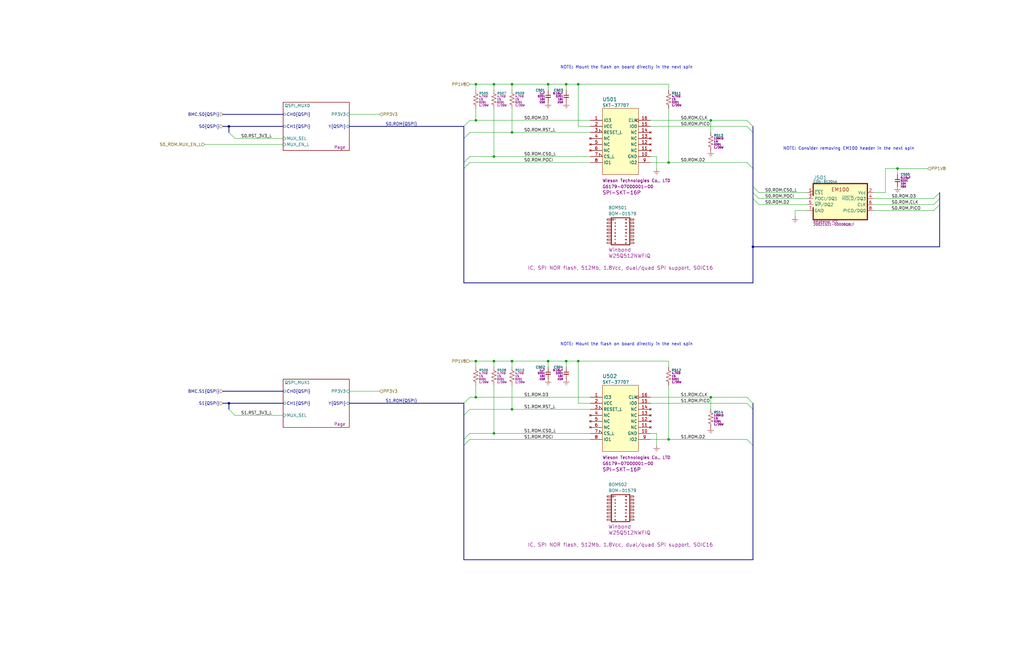
<source format=kicad_sch>
(kicad_sch (version 20231120) (generator "eeschema") (generator_version "8.0")
  (paper "B")
  (title_block (title "${PROJ}") (rev "${REV}") (company "${RPN}") (comment 1 "Mux to FW ROMs"))
  (lib_symbols
    (symbol "BOM items:BOM-01579" (pin_names (offset 1.016)) (exclude_from_sim yes) (on_board no)
      (property "Reference" "BOM" (at -5.08 10.16 0))
      (property "Value" "BOM-01579" (at -5.08 7.62 0))
      (property "mfr" "Winbond" (at -5.08 -7.62 0))
      (property "mpn" "W25Q512NWFIQ" (at -5.08 -10.16 0))
      (property "des" "IC, SPI NOR flash, 512Mb, 1.8Vcc, dual/quad SPI support, SOIC16" (at 0 -15.24 0))
    )
    (symbol "Capacitors, ceramic, Murata:CCM-610AA" (pin_numbers hide) (pin_names (offset 0) hide)
      (property "Reference" "C" (at 1.27 2.54 0))
      (property "val" "0.10µF" (at 1.27 1.27 0))
      (property "pkg" "0201" (at 1.27 0 0))
      (property "volt" "10V" (at 1.27 -1.27 0))
      (property "type" "X5R" (at 1.27 -2.54 0))
      (symbol "CCM-610AA_1_1"
        (pin passive line (at 0 2.54 270) (length 2.032) (name "~") (number "1"))
        (pin passive line (at 0 -2.54 90) (length 2.032) (name "~") (number "2"))
      )
    )
    (symbol "Capacitors, ceramic, Murata:CCM-710AD" (pin_numbers hide) (pin_names (offset 0) hide)
      (property "Reference" "C" (at 1.27 2.54 0))
      (property "val" "1µF" (at 1.27 1.27 0))
      (property "pkg" "0201" (at 1.27 0 0))
      (property "volt" "10V" (at 1.27 -1.27 0))
      (property "type" "X5R" (at 1.27 -2.54 0))
      (symbol "CCM-710AD_1_1"
        (pin passive line (at 0 2.54 270) (length 2.032) (name "~") (number "1"))
        (pin passive line (at 0 -2.54 90) (length 2.032) (name "~") (number "2"))
      )
    )
    (symbol "Connectors:CON-91204A"
      (property "Reference" "J" (at -11.43 9.23 0))
      (property "Value" "CON-91204A" (at -11.43 7.83 0))
      (property "mfr" "Amphenol ICC" (at -11.43 -7.83 0))
      (property "mpn" "20021521-00008Q8LF" (at -11.43 -9.09 0))
      (symbol "CON-91204A_1_1"
        (text "EM100" (at 0 5.08 0) (effects (font (size 1.524 1.524))))
        (pin bidirectional inverted (at -13.97 3.81 0) (length 2.54) (name "~{CS1}") (number "1"))
        (pin power_in line (at 13.97 3.81 180) (length 2.54) (name "Vcc") (number "2"))
        (pin bidirectional line (at -13.97 1.27 0) (length 2.54) (name "POCI/DQ1") (number "3"))
        (pin bidirectional line (at 13.97 1.27 180) (length 2.54) (name "~{HOLD}/DQ3") (number "4"))
        (pin bidirectional line (at -13.97 -1.27 0) (length 2.54) (name "~{WP}/DQ2") (number "5"))
        (pin bidirectional line (at 13.97 -1.27 180) (length 2.54) (name "CLK") (number "6"))
        (pin power_in line (at -13.97 -3.81 0) (length 2.54) (name "GND") (number "7"))
        (pin bidirectional line (at 13.97 -3.81 180) (length 2.54) (name "PICO/DQ0") (number "8"))
      )
    )
    (symbol "Connectors:SKT-37707"
      (property "Reference" "J" (at -7.62 15.24 0))
      (property "Value" "SKT-37707" (at 7.62 15.24 0))
      (property "mfr" "Wieson Technologies Co., LTD" (at -7.62 -15.24 0))
      (property "mpn" "G6179-07000001-00" (at -7.62 -17.78 0))
      (property "pkg" "SPI-SKT-16P" (at -7.62 -20.32 0))
      (symbol "SKT-37707_1_1"
        (pin bidirectional line (at -12.7 8.89 0) (length 5.08) (name "IO3") (number "1"))
        (pin power_in line (at 12.7 -6.35 180) (length 5.08) (name "GND") (number "10"))
        (pin no_connect line (at 12.7 -3.81 180) (length 5.08) (name "NC") (number "11"))
        (pin no_connect line (at 12.7 -1.27 180) (length 5.08) (name "NC") (number "12"))
        (pin no_connect line (at 12.7 1.27 180) (length 5.08) (name "NC") (number "13"))
        (pin no_connect line (at 12.7 3.81 180) (length 5.08) (name "NC") (number "14"))
        (pin bidirectional line (at 12.7 6.35 180) (length 5.08) (name "IO0") (number "15"))
        (pin input clock (at 12.7 8.89 180) (length 5.08) (name "CLK") (number "16"))
        (pin power_in line (at -12.7 6.35 0) (length 5.08) (name "VCC") (number "2"))
        (pin input input_low (at -12.7 3.81 0) (length 5.08) (name "RESET_L") (number "3"))
        (pin no_connect line (at -12.7 1.27 0) (length 5.08) (name "NC") (number "4"))
        (pin no_connect line (at -12.7 -1.27 0) (length 5.08) (name "NC") (number "5"))
        (pin no_connect line (at -12.7 -3.81 0) (length 5.08) (name "NC") (number "6"))
        (pin input input_low (at -12.7 -6.35 0) (length 5.08) (name "CS_L") (number "7"))
        (pin bidirectional line (at -12.7 -8.89 0) (length 5.08) (name "IO1") (number "8"))
        (pin bidirectional line (at 12.7 -8.89 180) (length 5.08) (name "IO2") (number "9"))
      )
    )
    (symbol "Power:GND" (power) (pin_names (offset 0)) (in_bom no) (on_board no)
      (symbol "GND_1_1"
        (pin power_in line (at 0 0 270) (length 0) hide (name "GND") (number "1"))
      )
    )
    (symbol "Resistors:RES-4470A" (pin_numbers hide) (pin_names (offset 0) hide)
      (property "Reference" "R" (at 1.27 2.54 0))
      (property "val" "4.7KΩ" (at 1.27 1.27 0))
      (property "tol" "1%" (at 1.27 0 0))
      (property "pkg" "0201" (at 1.27 -1.27 0))
      (property "pwr" "1/20W" (at 1.27 -2.54 0))
      (symbol "RES-4470A_1_1"
        (pin passive line (at 0 3.81 270) (length 1.27) (name "~") (number "1"))
        (pin passive line (at 0 -3.81 90) (length 1.27) (name "~") (number "2"))
      )
    )
    (symbol "Resistors:RES-6100A" (pin_numbers hide) (pin_names (offset 0) hide)
      (property "Reference" "R" (at 1.27 2.54 0))
      (property "val" "100KΩ" (at 1.27 1.27 0))
      (property "tol" "1%" (at 1.27 0 0))
      (property "pkg" "0201" (at 1.27 -1.27 0))
      (property "pwr" "1/20W" (at 1.27 -2.54 0))
      (symbol "RES-6100A_1_1"
        (pin passive line (at 0 3.81 270) (length 1.27) (name "~") (number "1"))
        (pin passive line (at 0 -3.81 90) (length 1.27) (name "~") (number "2"))
      )
    )
  )
  (junction (at 208.28 35.56))
  (junction (at 238.76 152.4))
  (junction (at 238.76 35.56))
  (junction (at 200.66 167.64))
  (junction (at 96.52 170.18))
  (junction (at 317.5 104.14))
  (junction (at 208.28 152.4))
  (junction (at 208.28 66.04))
  (junction (at 200.66 35.56))
  (junction (at 200.66 50.8))
  (junction (at 378.46 71.12))
  (junction (at 299.72 167.64))
  (junction (at 215.9 172.72))
  (junction (at 96.52 53.34))
  (junction (at 299.72 50.8))
  (junction (at 243.84 152.4))
  (junction (at 281.94 68.58))
  (junction (at 200.66 152.4))
  (junction (at 231.14 152.4))
  (junction (at 243.84 35.56))
  (junction (at 281.94 185.42))
  (junction (at 208.28 182.88))
  (junction (at 215.9 152.4))
  (junction (at 215.9 35.56))
  (junction (at 231.14 35.56))
  (junction (at 215.9 55.88))
  (bus_entry (at 317.5 81.28) (size 2.54 2.54))
  (bus_entry (at 198.12 50.8) (size -2.54 2.54))
  (bus_entry (at 314.96 185.42) (size 2.54 2.54))
  (bus_entry (at 198.12 167.64) (size -2.54 2.54))
  (bus_entry (at 317.5 78.74) (size 2.54 2.54))
  (bus_entry (at 198.12 182.88) (size -2.54 2.54))
  (bus_entry (at 314.96 170.18) (size 2.54 2.54))
  (bus_entry (at 96.52 55.88) (size 2.54 2.54))
  (bus_entry (at 396.24 86.36) (size -2.54 2.54))
  (bus_entry (at 314.96 68.58) (size 2.54 2.54))
  (bus_entry (at 198.12 185.42) (size -2.54 2.54))
  (bus_entry (at 198.12 68.58) (size -2.54 2.54))
  (bus_entry (at 195.58 175.26) (size 2.54 -2.54))
  (bus_entry (at 396.24 83.82) (size -2.54 2.54))
  (bus_entry (at 396.24 81.28) (size -2.54 2.54))
  (bus_entry (at 96.52 172.72) (size 2.54 2.54))
  (bus_entry (at 195.58 58.42) (size 2.54 -2.54))
  (bus_entry (at 317.5 83.82) (size 2.54 2.54))
  (bus_entry (at 198.12 66.04) (size -2.54 2.54))
  (bus_entry (at 314.96 167.64) (size 2.54 2.54))
  (bus_entry (at 314.96 53.34) (size 2.54 2.54))
  (bus_entry (at 314.96 50.8) (size 2.54 2.54))
  (wire (pts (xy 281.94 152.4) (xy 281.94 154.94)))
  (wire (pts (xy 200.66 162.56) (xy 200.66 167.64)))
  (wire (pts (xy 243.84 170.18) (xy 248.92 170.18)))
  (wire (pts (xy 243.84 152.4) (xy 281.94 152.4)))
  (wire (pts (xy 320.04 83.82) (xy 340.36 83.82)))
  (wire (pts (xy 86.36 60.96) (xy 119.38 60.96)))
  (wire (pts (xy 281.94 185.42) (xy 314.96 185.42)))
  (bus (pts (xy 147.32 53.34) (xy 195.58 53.34)))
  (wire (pts (xy 215.9 35.56) (xy 231.14 35.56)))
  (wire (pts (xy 208.28 45.72) (xy 208.28 66.04)))
  (wire (pts (xy 215.9 152.4) (xy 215.9 154.94)))
  (wire (pts (xy 281.94 35.56) (xy 281.94 38.1)))
  (wire (pts (xy 200.66 152.4) (xy 200.66 154.94)))
  (wire (pts (xy 200.66 35.56) (xy 200.66 38.1)))
  (wire (pts (xy 198.12 172.72) (xy 215.9 172.72)))
  (bus (pts (xy 195.58 187.96) (xy 195.58 236.22)))
  (wire (pts (xy 276.86 182.88) (xy 276.86 187.96)))
  (bus (pts (xy 317.5 71.12) (xy 317.5 78.74)))
  (wire (pts (xy 274.32 185.42) (xy 281.94 185.42)))
  (wire (pts (xy 368.3 83.82) (xy 393.7 83.82)))
  (wire (pts (xy 299.72 167.64) (xy 299.72 172.72)))
  (wire (pts (xy 198.12 55.88) (xy 215.9 55.88)))
  (wire (pts (xy 373.38 71.12) (xy 378.46 71.12)))
  (wire (pts (xy 238.76 35.56) (xy 243.84 35.56)))
  (wire (pts (xy 238.76 35.56) (xy 238.76 38.1)))
  (bus (pts (xy 317.5 53.34) (xy 317.5 55.88)))
  (wire (pts (xy 208.28 152.4) (xy 208.28 154.94)))
  (bus (pts (xy 317.5 81.28) (xy 317.5 83.82)))
  (wire (pts (xy 200.66 152.4) (xy 208.28 152.4)))
  (bus (pts (xy 195.58 175.26) (xy 195.58 170.18)))
  (wire (pts (xy 208.28 66.04) (xy 248.92 66.04)))
  (wire (pts (xy 198.12 167.64) (xy 200.66 167.64)))
  (wire (pts (xy 281.94 68.58) (xy 314.96 68.58)))
  (wire (pts (xy 368.3 81.28) (xy 373.38 81.28)))
  (bus (pts (xy 317.5 104.14) (xy 396.24 104.14)))
  (bus (pts (xy 195.58 185.42) (xy 195.58 175.26)))
  (bus (pts (xy 317.5 187.96) (xy 317.5 236.22)))
  (wire (pts (xy 200.66 50.8) (xy 248.92 50.8)))
  (wire (pts (xy 160.02 165.1) (xy 147.32 165.1)))
  (bus (pts (xy 96.52 170.18) (xy 96.52 172.72)))
  (wire (pts (xy 378.46 71.12) (xy 378.46 73.66)))
  (bus (pts (xy 317.5 55.88) (xy 317.5 71.12)))
  (wire (pts (xy 160.02 48.26) (xy 147.32 48.26)))
  (wire (pts (xy 215.9 152.4) (xy 231.14 152.4)))
  (wire (pts (xy 299.72 50.8) (xy 299.72 55.88)))
  (wire (pts (xy 231.14 152.4) (xy 231.14 154.94)))
  (wire (pts (xy 243.84 53.34) (xy 248.92 53.34)))
  (bus (pts (xy 96.52 170.18) (xy 119.38 170.18)))
  (bus (pts (xy 195.58 58.42) (xy 195.58 53.34)))
  (wire (pts (xy 231.14 35.56) (xy 231.14 38.1)))
  (wire (pts (xy 215.9 55.88) (xy 248.92 55.88)))
  (wire (pts (xy 215.9 35.56) (xy 215.9 38.1)))
  (wire (pts (xy 243.84 152.4) (xy 243.84 170.18)))
  (bus (pts (xy 195.58 119.38) (xy 317.5 119.38)))
  (bus (pts (xy 96.52 53.34) (xy 119.38 53.34)))
  (bus (pts (xy 317.5 172.72) (xy 317.5 187.96)))
  (bus (pts (xy 195.58 68.58) (xy 195.58 58.42)))
  (bus (pts (xy 317.5 104.14) (xy 317.5 119.38)))
  (wire (pts (xy 238.76 152.4) (xy 238.76 154.94)))
  (wire (pts (xy 208.28 162.56) (xy 208.28 182.88)))
  (wire (pts (xy 274.32 50.8) (xy 299.72 50.8)))
  (wire (pts (xy 274.32 167.64) (xy 299.72 167.64)))
  (wire (pts (xy 274.32 170.18) (xy 314.96 170.18)))
  (wire (pts (xy 243.84 35.56) (xy 243.84 53.34)))
  (bus (pts (xy 317.5 83.82) (xy 317.5 104.14)))
  (bus (pts (xy 195.58 71.12) (xy 195.58 119.38)))
  (bus (pts (xy 396.24 83.82) (xy 396.24 86.36)))
  (wire (pts (xy 200.66 45.72) (xy 200.66 50.8)))
  (bus (pts (xy 195.58 71.12) (xy 195.58 68.58)))
  (wire (pts (xy 335.28 88.9) (xy 335.28 91.44)))
  (bus (pts (xy 93.98 170.18) (xy 96.52 170.18)))
  (wire (pts (xy 320.04 81.28) (xy 340.36 81.28)))
  (wire (pts (xy 198.12 185.42) (xy 248.92 185.42)))
  (wire (pts (xy 276.86 66.04) (xy 276.86 71.12)))
  (wire (pts (xy 320.04 86.36) (xy 340.36 86.36)))
  (wire (pts (xy 299.72 50.8) (xy 314.96 50.8)))
  (wire (pts (xy 281.94 162.56) (xy 281.94 185.42)))
  (wire (pts (xy 274.32 68.58) (xy 281.94 68.58)))
  (wire (pts (xy 335.28 88.9) (xy 340.36 88.9)))
  (wire (pts (xy 215.9 172.72) (xy 248.92 172.72)))
  (wire (pts (xy 208.28 182.88) (xy 198.12 182.88)))
  (wire (pts (xy 208.28 152.4) (xy 215.9 152.4)))
  (wire (pts (xy 274.32 66.04) (xy 276.86 66.04)))
  (wire (pts (xy 99.06 175.26) (xy 119.38 175.26)))
  (wire (pts (xy 198.12 152.4) (xy 200.66 152.4)))
  (wire (pts (xy 208.28 35.56) (xy 215.9 35.56)))
  (wire (pts (xy 215.9 162.56) (xy 215.9 172.72)))
  (wire (pts (xy 274.32 53.34) (xy 314.96 53.34)))
  (wire (pts (xy 215.9 45.72) (xy 215.9 55.88)))
  (wire (pts (xy 208.28 182.88) (xy 248.92 182.88)))
  (bus (pts (xy 317.5 170.18) (xy 317.5 172.72)))
  (wire (pts (xy 231.14 152.4) (xy 238.76 152.4)))
  (bus (pts (xy 195.58 187.96) (xy 195.58 185.42)))
  (wire (pts (xy 243.84 35.56) (xy 281.94 35.56)))
  (bus (pts (xy 396.24 86.36) (xy 396.24 104.14)))
  (wire (pts (xy 198.12 50.8) (xy 200.66 50.8)))
  (wire (pts (xy 208.28 66.04) (xy 198.12 66.04)))
  (wire (pts (xy 368.3 88.9) (xy 393.7 88.9)))
  (wire (pts (xy 200.66 167.64) (xy 248.92 167.64)))
  (bus (pts (xy 147.32 170.18) (xy 195.58 170.18)))
  (wire (pts (xy 373.38 71.12) (xy 373.38 81.28)))
  (wire (pts (xy 378.46 71.12) (xy 391.16 71.12)))
  (wire (pts (xy 368.3 86.36) (xy 393.7 86.36)))
  (bus (pts (xy 93.98 48.26) (xy 119.38 48.26)))
  (wire (pts (xy 299.72 167.64) (xy 314.96 167.64)))
  (bus (pts (xy 396.24 81.28) (xy 396.24 83.82)))
  (wire (pts (xy 198.12 35.56) (xy 200.66 35.56)))
  (bus (pts (xy 195.58 236.22) (xy 317.5 236.22)))
  (wire (pts (xy 198.12 68.58) (xy 248.92 68.58)))
  (wire (pts (xy 208.28 35.56) (xy 208.28 38.1)))
  (bus (pts (xy 96.52 53.34) (xy 96.52 55.88)))
  (wire (pts (xy 231.14 35.56) (xy 238.76 35.56)))
  (wire (pts (xy 99.06 58.42) (xy 119.38 58.42)))
  (bus (pts (xy 93.98 165.1) (xy 119.38 165.1)))
  (bus (pts (xy 317.5 78.74) (xy 317.5 81.28)))
  (wire (pts (xy 274.32 182.88) (xy 276.86 182.88)))
  (wire (pts (xy 200.66 35.56) (xy 208.28 35.56)))
  (wire (pts (xy 238.76 152.4) (xy 243.84 152.4)))
  (wire (pts (xy 281.94 45.72) (xy 281.94 68.58)))
  (bus (pts (xy 93.98 53.34) (xy 96.52 53.34)))
  (text "NOTE: Mount the flash on board directly in the next spin" (at 236.22 146.05 0) (effects (font (size 1.27 1.27)) (justify left bottom)))
  (text "NOTE: Mount the flash on board directly in the next spin" (at 236.22 29.21 0) (effects (font (size 1.27 1.27)) (justify left bottom)))
  (text "NOTE: Consider removing EM100 header in the next spin" (at 330.2 63.5 0) (effects (font (size 1.27 1.27)) (justify left bottom)))
  (label "S0.RST_3V3_L" (at 101.6 58.42 0))
  (label "S0.ROM.PICO" (at 287.02 53.34 0))
  (label "S0.ROM.RST_L" (at 220.98 55.88 0))
  (label "S0.ROM.CS0_L" (at 220.98 66.04 0))
  (label "S0.ROM.D3" (at 220.98 50.8 0))
  (label "S1.ROM.RST_L" (at 220.98 172.72 0))
  (label "S0.ROM.CLK" (at 287.02 50.8 0))
  (label "S0.ROM.D2" (at 322.58 86.36 0))
  (label "S0.ROM.D2" (at 287.02 68.58 0))
  (label "S0.ROM{QSPI}" (at 162.56 53.34 0))
  (label "S1.ROM.POCI" (at 220.98 185.42 0))
  (label "S0.ROM.POCI" (at 220.98 68.58 0))
  (label "S1.ROM.D2" (at 287.02 185.42 0))
  (label "S0.ROM.CS0_L" (at 322.58 81.28 0))
  (label "S0.ROM.POCI" (at 322.58 83.82 0))
  (label "S1.ROM.PICO" (at 287.02 170.18 0))
  (label "S0.ROM.D3" (at 375.92 83.82 0))
  (label "S1.ROM.CLK" (at 287.02 167.64 0))
  (label "S0.ROM.CLK" (at 375.92 86.36 0))
  (label "S1.ROM.CS0_L" (at 220.98 182.88 0))
  (label "S1.ROM.D3" (at 220.98 167.64 0))
  (label "S0.ROM.PICO" (at 375.92 88.9 0))
  (label "S1.RST_3V3_L" (at 101.6 175.26 0))
  (label "S1.ROM{QSPI}" (at 162.56 170.18 0))
  (hierarchical_label "PP1V8" (shape input) (at 198.12 152.4 180))
  (hierarchical_label "S1{QSPI}" (shape input) (at 93.98 170.18 180))
  (hierarchical_label "BMC.S0{QSPI}" (shape input) (at 93.98 48.26 180))
  (hierarchical_label "PP3V3" (shape input) (at 160.02 48.26 0))
  (hierarchical_label "PP1V8" (shape input) (at 198.12 35.56 180))
  (hierarchical_label "PP1V8" (shape input) (at 391.16 71.12 0))
  (hierarchical_label "S0_ROM.MUX_EN_L" (shape input) (at 86.36 60.96 180))
  (hierarchical_label "S0{QSPI}" (shape input) (at 93.98 53.34 180))
  (hierarchical_label "BMC.S1{QSPI}" (shape input) (at 93.98 165.1 180))
  (hierarchical_label "PP3V3" (shape input) (at 160.02 165.1 0))
  (symbol (lib_id "Capacitors, ceramic, Murata:CCM-610AA") (at 378.46 76.2 0) (unit 1)
    (property "Reference" "C505" (at 379.73 73.66 0) (effects (font (size 1 1)) (justify left)))
    (property "Value" "CCM-610AA" (effects (hide yes)))
    (property "Description" "CAP, ceramic, 0.10µF, 0201, 10V, ±20%, X5R, 0.33 mm" (effects (hide yes)))
    (property "val" "0.10µF" (at 379.73 74.93 0) (effects (font (size 0.8 0.8)) (justify left)))
    (property "pkg" "0201" (at 379.73 76.2 0) (effects (font (size 0.8 0.8)) (justify left)))
    (property "mfr" "Murata" (effects (hide yes)))
    (property "Sim.Pins" "1=+ 2=-" (effects (hide yes)))
    (property "volt" "10V" (at 379.73 77.47 0) (effects (font (size 0.8 0.8)) (justify left)))
    (property "Sim.Device" "C" (effects (hide yes)))
    (property "type" "X5R" (at 379.73 78.74 0) (effects (font (size 0.8 0.8)) (justify left)))
    (property "Sim.Params" "c=${val}" (effects (hide yes)))
    (property "tol" "±20%" (effects (hide yes)))
    (property "height" "0.33mm" (effects (hide yes)))
    (property "mpn" "GRM033R61A104ME15" (effects (hide yes)))
  )
  (symbol (lib_id "Resistors:RES-4470A") (at 200.66 158.75 0) (unit 1)
    (property "Reference" "R506" (at 201.93 156.21 0) (effects (font (size 1 1)) (justify left)))
    (property "Value" "RES-4470A" (effects (hide yes)))
    (property "Description" "RES, 4.7KΩ, 1%, 0201, 1/20W, <50V, 0.26mm" (effects (hide yes)))
    (property "val" "4.7KΩ" (at 201.93 157.48 0) (effects (font (size 0.8 0.8)) (justify left)))
    (property "tol" "1%" (at 201.93 158.75 0) (effects (font (size 0.8 0.8)) (justify left)))
    (property "Sim.Device" "R" (effects (hide yes)))
    (property "pkg" "0201" (at 201.93 160.02 0) (effects (font (size 0.8 0.8)) (justify left)))
    (property "Sim.Pins" "1=+ 2=-" (effects (hide yes)))
    (property "pwr" "1/20W" (at 201.93 161.29 0) (effects (font (size 0.8 0.8)) (justify left)))
    (property "Sim.Params" "r=\"${val}\"" (effects (hide yes)))
    (property "height" "0.26mm" (effects (hide yes)))
  )
  (symbol (lib_id "Capacitors, ceramic, Murata:CCM-710AD") (at 231.14 157.48 0) (mirror y) (unit 1)
    (property "Reference" "C502" (at 229.87 154.94 0) (effects (font (size 1 1)) (justify left)))
    (property "Value" "CCM-710AD" (effects (hide yes)))
    (property "Description" "CAP, ceramic, 1µF, 0201, 10V, ±20%, X5R, 0.39 mm" (effects (hide yes)))
    (property "val" "1µF" (at 229.87 156.21 0) (effects (font (size 0.8 0.8)) (justify left)))
    (property "pkg" "0201" (at 229.87 157.48 0) (effects (font (size 0.8 0.8)) (justify left)))
    (property "mfr" "Murata" (effects (hide yes)))
    (property "Sim.Pins" "1=+ 2=-" (effects (hide yes)))
    (property "volt" "10V" (at 229.87 158.75 0) (effects (font (size 0.8 0.8)) (justify left)))
    (property "Sim.Device" "C" (effects (hide yes)))
    (property "type" "X5R" (at 229.87 160.02 0) (effects (font (size 0.8 0.8)) (justify left)))
    (property "Sim.Params" "c=${val}" (effects (hide yes)))
    (property "tol" "±20%" (effects (hide yes)))
    (property "height" "0.39mm" (effects (hide yes)))
    (property "mpn" "GRM033R61A105ME15" (effects (hide yes)))
  )
  (symbol (lib_id "Connectors:SKT-37707") (at 261.62 176.53 0) (unit 1)
    (property "Reference" "U502" (at 254 158.75 0) (effects (font (size 1.524 1.524)) (justify left)))
    (property "Value" "SKT-37707" (at 254 161.29 0) (effects (justify left)))
    (property "Description" "SKT, SOIC 300-mil SPI flash, 16-pin, 1.27mm pitch, 15.1mm x 12.35mm x 5.90mm" (effects (hide yes)))
    (property "mfr" "Wieson Technologies Co., LTD" (at 254 193.04 0) (effects (justify left)))
    (property "mpn" "G6179-07000001-00" (at 254 195.58 0) (effects (justify left)))
    (property "pkg" "SPI-SKT-16P" (at 254 198.12 0) (effects (font (size 1.524 1.524)) (justify left)))
    (property "height" "5.90mm" (effects (hide yes)))
  )
  (symbol (lib_id "Power:GND") (at 299.72 180.34 0) (unit 1) (in_bom no) (on_board no)
    (property "Reference" "#PWR0510" (effects (hide yes)))
    (property "Value" "GND" (effects (hide yes)))
    (property "Description" "Power symbol creates a global label with name \"GND\"" (effects (hide yes)))
  )
  (symbol (lib_id "Power:GND") (at 335.28 91.44 0) (unit 1) (in_bom no) (on_board no)
    (property "Reference" "#PWR0501" (effects (hide yes)))
    (property "Value" "GND" (effects (hide yes)))
    (property "Description" "Power symbol creates a global label with name \"GND\"" (effects (hide yes)))
  )
  (symbol (lib_id "Resistors:RES-4470A") (at 215.9 41.91 0) (unit 1)
    (property "Reference" "R509" (at 217.17 39.37 0) (effects (font (size 1 1)) (justify left)))
    (property "Value" "RES-4470A" (effects (hide yes)))
    (property "Description" "RES, 4.7KΩ, 1%, 0201, 1/20W, <50V, 0.26mm" (effects (hide yes)))
    (property "val" "4.7KΩ" (at 217.17 40.64 0) (effects (font (size 0.8 0.8)) (justify left)))
    (property "tol" "1%" (at 217.17 41.91 0) (effects (font (size 0.8 0.8)) (justify left)))
    (property "Sim.Device" "R" (effects (hide yes)))
    (property "pkg" "0201" (at 217.17 43.18 0) (effects (font (size 0.8 0.8)) (justify left)))
    (property "Sim.Pins" "1=+ 2=-" (effects (hide yes)))
    (property "pwr" "1/20W" (at 217.17 44.45 0) (effects (font (size 0.8 0.8)) (justify left)))
    (property "Sim.Params" "r=\"${val}\"" (effects (hide yes)))
    (property "height" "0.26mm" (effects (hide yes)))
  )
  (symbol (lib_id "Capacitors, ceramic, Murata:CCM-710AD") (at 231.14 40.64 0) (mirror y) (unit 1)
    (property "Reference" "C501" (at 229.87 38.1 0) (effects (font (size 1 1)) (justify left)))
    (property "Value" "CCM-710AD" (effects (hide yes)))
    (property "Description" "CAP, ceramic, 1µF, 0201, 10V, ±20%, X5R, 0.39 mm" (effects (hide yes)))
    (property "val" "1µF" (at 229.87 39.37 0) (effects (font (size 0.8 0.8)) (justify left)))
    (property "pkg" "0201" (at 229.87 40.64 0) (effects (font (size 0.8 0.8)) (justify left)))
    (property "mfr" "Murata" (effects (hide yes)))
    (property "Sim.Pins" "1=+ 2=-" (effects (hide yes)))
    (property "volt" "10V" (at 229.87 41.91 0) (effects (font (size 0.8 0.8)) (justify left)))
    (property "Sim.Device" "C" (effects (hide yes)))
    (property "type" "X5R" (at 229.87 43.18 0) (effects (font (size 0.8 0.8)) (justify left)))
    (property "Sim.Params" "c=${val}" (effects (hide yes)))
    (property "tol" "±20%" (effects (hide yes)))
    (property "height" "0.39mm" (effects (hide yes)))
    (property "mpn" "GRM033R61A105ME15" (effects (hide yes)))
  )
  (symbol (lib_id "Resistors:RES-6100A") (at 299.72 176.53 0) (unit 1)
    (property "Reference" "R514" (at 300.99 173.99 0) (effects (font (size 1 1)) (justify left)))
    (property "Value" "RES-6100A" (effects (hide yes)))
    (property "Description" "RES, 100KΩ, 1%, 0201, 1/20W, <50V, 0.26mm" (effects (hide yes)))
    (property "val" "100KΩ" (at 300.99 175.26 0) (effects (font (size 0.8 0.8)) (justify left)))
    (property "tol" "1%" (at 300.99 176.53 0) (effects (font (size 0.8 0.8)) (justify left)))
    (property "Sim.Device" "R" (effects (hide yes)))
    (property "pkg" "0201" (at 300.99 177.8 0) (effects (font (size 0.8 0.8)) (justify left)))
    (property "Sim.Pins" "1=+ 2=-" (effects (hide yes)))
    (property "pwr" "1/20W" (at 300.99 179.07 0) (effects (font (size 0.8 0.8)) (justify left)))
    (property "Sim.Params" "r=\"${val}\"" (effects (hide yes)))
    (property "height" "0.26mm" (effects (hide yes)))
  )
  (symbol (lib_id "Power:GND") (at 299.72 63.5 0) (unit 1) (in_bom no) (on_board no)
    (property "Reference" "#PWR0509" (effects (hide yes)))
    (property "Value" "GND" (effects (hide yes)))
    (property "Description" "Power symbol creates a global label with name \"GND\"" (effects (hide yes)))
  )
  (symbol (lib_id "Power:GND") (at 238.76 43.18 0) (unit 1) (in_bom no) (on_board no)
    (property "Reference" "#PWR0505" (effects (hide yes)))
    (property "Value" "GND" (effects (hide yes)))
    (property "Description" "Power symbol creates a global label with name \"GND\"" (effects (hide yes)))
  )
  (symbol (lib_id "Resistors:RES-4470A") (at 281.94 158.75 0) (unit 1)
    (property "Reference" "R512" (at 283.21 156.21 0) (effects (font (size 1 1)) (justify left)))
    (property "Value" "RES-4470A" (effects (hide yes)))
    (property "Description" "RES, 4.7KΩ, 1%, 0201, 1/20W, <50V, 0.26mm" (effects (hide yes)))
    (property "val" "4.7KΩ" (at 283.21 157.48 0) (effects (font (size 0.8 0.8)) (justify left)))
    (property "tol" "1%" (at 283.21 158.75 0) (effects (font (size 0.8 0.8)) (justify left)))
    (property "Sim.Device" "R" (effects (hide yes)))
    (property "pkg" "0201" (at 283.21 160.02 0) (effects (font (size 0.8 0.8)) (justify left)))
    (property "Sim.Pins" "1=+ 2=-" (effects (hide yes)))
    (property "pwr" "1/20W" (at 283.21 161.29 0) (effects (font (size 0.8 0.8)) (justify left)))
    (property "Sim.Params" "r=\"${val}\"" (effects (hide yes)))
    (property "height" "0.26mm" (effects (hide yes)))
  )
  (symbol (lib_id "Resistors:RES-4470A") (at 215.9 158.75 0) (unit 1)
    (property "Reference" "R510" (at 217.17 156.21 0) (effects (font (size 1 1)) (justify left)))
    (property "Value" "RES-4470A" (effects (hide yes)))
    (property "Description" "RES, 4.7KΩ, 1%, 0201, 1/20W, <50V, 0.26mm" (effects (hide yes)))
    (property "val" "4.7KΩ" (at 217.17 157.48 0) (effects (font (size 0.8 0.8)) (justify left)))
    (property "tol" "1%" (at 217.17 158.75 0) (effects (font (size 0.8 0.8)) (justify left)))
    (property "Sim.Device" "R" (effects (hide yes)))
    (property "pkg" "0201" (at 217.17 160.02 0) (effects (font (size 0.8 0.8)) (justify left)))
    (property "Sim.Pins" "1=+ 2=-" (effects (hide yes)))
    (property "pwr" "1/20W" (at 217.17 161.29 0) (effects (font (size 0.8 0.8)) (justify left)))
    (property "Sim.Params" "r=\"${val}\"" (effects (hide yes)))
    (property "height" "0.26mm" (effects (hide yes)))
  )
  (symbol (lib_id "BOM items:BOM-01579") (at 261.62 214.63 0) (unit 1) (exclude_from_sim yes) (on_board no)
    (property "Reference" "BOM502" (at 256.54 204.47 0) (effects (justify left)))
    (property "Value" "BOM-01579" (at 256.54 207.01 0) (effects (justify left)))
    (property "Description" "IC, SPI NOR flash, 512Mb, 1.8Vcc, dual/quad SPI support, SOIC16" (effects (hide yes)))
    (property "mfr" "Winbond" (at 256.54 222.25 0) (effects (font (size 1.524 1.524)) (justify left)))
    (property "mpn" "W25Q512NWFIQ" (at 256.54 224.79 0) (effects (font (size 1.524 1.524)) (justify left)))
    (property "des" "IC, SPI NOR flash, 512Mb, 1.8Vcc, dual/quad SPI support, SOIC16" (at 261.62 229.87 0) (effects (font (size 1.524 1.524))))
  )
  (symbol (lib_id "Power:GND") (at 276.86 71.12 0) (unit 1) (in_bom no) (on_board no)
    (property "Reference" "#PWR0507" (effects (hide yes)))
    (property "Value" "GND" (effects (hide yes)))
    (property "Description" "Power symbol creates a global label with name \"GND\"" (effects (hide yes)))
  )
  (symbol (lib_id "Connectors:CON-91204A") (at 354.33 85.09 0) (unit 1)
    (property "Reference" "J501" (at 342.9 75.86 0) (effects (font (size 1.54 1.54)) (justify left bottom)))
    (property "Value" "CON-91204A" (at 342.9 77.26 0) (effects (font (size 1 1)) (justify left bottom)))
    (property "Datasheet" "https://cdn.amphenol-cs.com/media/wysiwyg/files/drawing/20021521.pdf" (effects (hide yes)))
    (property "Description" "CON, 4x2, 0.05\", Shrouded, EM100, SMT" (effects (hide yes)))
    (property "height" "5.85mm" (effects (hide yes)))
    (property "mfr" "Amphenol ICC" (at 342.9 92.92 0) (effects (font (size 1 1)) (justify left top)))
    (property "mpn" "20021521-00008Q8LF" (at 342.9 94.18 0) (effects (font (size 1 1)) (justify left top)))
    (property "mfr2" "JILN" (effects (hide yes)))
    (property "mpn2" "3230-08-M-G0-C-B-K00-P-01" (effects (hide yes)))
    (property "mfr3" "Samtec Inc" (effects (hide yes)))
    (property "mpn3" "ASP-215440-01" (effects (hide yes)))
  )
  (symbol (lib_id "Resistors:RES-4470A") (at 281.94 41.91 0) (unit 1)
    (property "Reference" "R511" (at 283.21 39.37 0) (effects (font (size 1 1)) (justify left)))
    (property "Value" "RES-4470A" (effects (hide yes)))
    (property "Description" "RES, 4.7KΩ, 1%, 0201, 1/20W, <50V, 0.26mm" (effects (hide yes)))
    (property "val" "4.7KΩ" (at 283.21 40.64 0) (effects (font (size 0.8 0.8)) (justify left)))
    (property "tol" "1%" (at 283.21 41.91 0) (effects (font (size 0.8 0.8)) (justify left)))
    (property "Sim.Device" "R" (effects (hide yes)))
    (property "pkg" "0201" (at 283.21 43.18 0) (effects (font (size 0.8 0.8)) (justify left)))
    (property "Sim.Pins" "1=+ 2=-" (effects (hide yes)))
    (property "pwr" "1/20W" (at 283.21 44.45 0) (effects (font (size 0.8 0.8)) (justify left)))
    (property "Sim.Params" "r=\"${val}\"" (effects (hide yes)))
    (property "height" "0.26mm" (effects (hide yes)))
  )
  (symbol (lib_id "Power:GND") (at 231.14 43.18 0) (unit 1) (in_bom no) (on_board no)
    (property "Reference" "#PWR0503" (effects (hide yes)))
    (property "Value" "GND" (effects (hide yes)))
    (property "Description" "Power symbol creates a global label with name \"GND\"" (effects (hide yes)))
  )
  (symbol (lib_id "Capacitors, ceramic, Murata:CCM-610AA") (at 238.76 157.48 0) (mirror y) (unit 1)
    (property "Reference" "C504" (at 237.49 154.94 0) (effects (font (size 1 1)) (justify left)))
    (property "Value" "CCM-610AA" (effects (hide yes)))
    (property "Description" "CAP, ceramic, 0.10µF, 0201, 10V, ±20%, X5R, 0.33 mm" (effects (hide yes)))
    (property "val" "0.10µF" (at 237.49 156.21 0) (effects (font (size 0.8 0.8)) (justify left)))
    (property "pkg" "0201" (at 237.49 157.48 0) (effects (font (size 0.8 0.8)) (justify left)))
    (property "mfr" "Murata" (effects (hide yes)))
    (property "Sim.Pins" "1=+ 2=-" (effects (hide yes)))
    (property "volt" "10V" (at 237.49 158.75 0) (effects (font (size 0.8 0.8)) (justify left)))
    (property "Sim.Device" "C" (effects (hide yes)))
    (property "type" "X5R" (at 237.49 160.02 0) (effects (font (size 0.8 0.8)) (justify left)))
    (property "Sim.Params" "c=${val}" (effects (hide yes)))
    (property "tol" "±20%" (effects (hide yes)))
    (property "height" "0.33mm" (effects (hide yes)))
    (property "mpn" "GRM033R61A104ME15" (effects (hide yes)))
  )
  (symbol (lib_id "Resistors:RES-4470A") (at 208.28 158.75 0) (unit 1)
    (property "Reference" "R508" (at 209.55 156.21 0) (effects (font (size 1 1)) (justify left)))
    (property "Value" "RES-4470A" (effects (hide yes)))
    (property "Description" "RES, 4.7KΩ, 1%, 0201, 1/20W, <50V, 0.26mm" (effects (hide yes)))
    (property "val" "4.7KΩ" (at 209.55 157.48 0) (effects (font (size 0.8 0.8)) (justify left)))
    (property "tol" "1%" (at 209.55 158.75 0) (effects (font (size 0.8 0.8)) (justify left)))
    (property "Sim.Device" "R" (effects (hide yes)))
    (property "pkg" "0201" (at 209.55 160.02 0) (effects (font (size 0.8 0.8)) (justify left)))
    (property "Sim.Pins" "1=+ 2=-" (effects (hide yes)))
    (property "pwr" "1/20W" (at 209.55 161.29 0) (effects (font (size 0.8 0.8)) (justify left)))
    (property "Sim.Params" "r=\"${val}\"" (effects (hide yes)))
    (property "height" "0.26mm" (effects (hide yes)))
  )
  (symbol (lib_id "Resistors:RES-4470A") (at 200.66 41.91 0) (unit 1)
    (property "Reference" "R505" (at 201.93 39.37 0) (effects (font (size 1 1)) (justify left)))
    (property "Value" "RES-4470A" (effects (hide yes)))
    (property "Description" "RES, 4.7KΩ, 1%, 0201, 1/20W, <50V, 0.26mm" (effects (hide yes)))
    (property "val" "4.7KΩ" (at 201.93 40.64 0) (effects (font (size 0.8 0.8)) (justify left)))
    (property "tol" "1%" (at 201.93 41.91 0) (effects (font (size 0.8 0.8)) (justify left)))
    (property "Sim.Device" "R" (effects (hide yes)))
    (property "pkg" "0201" (at 201.93 43.18 0) (effects (font (size 0.8 0.8)) (justify left)))
    (property "Sim.Pins" "1=+ 2=-" (effects (hide yes)))
    (property "pwr" "1/20W" (at 201.93 44.45 0) (effects (font (size 0.8 0.8)) (justify left)))
    (property "Sim.Params" "r=\"${val}\"" (effects (hide yes)))
    (property "height" "0.26mm" (effects (hide yes)))
  )
  (symbol (lib_id "Connectors:SKT-37707") (at 261.62 59.69 0) (unit 1)
    (property "Reference" "U501" (at 254 41.91 0) (effects (font (size 1.524 1.524)) (justify left)))
    (property "Value" "SKT-37707" (at 254 44.45 0) (effects (justify left)))
    (property "Description" "SKT, SOIC 300-mil SPI flash, 16-pin, 1.27mm pitch, 15.1mm x 12.35mm x 5.90mm" (effects (hide yes)))
    (property "mfr" "Wieson Technologies Co., LTD" (at 254 76.2 0) (effects (justify left)))
    (property "mpn" "G6179-07000001-00" (at 254 78.74 0) (effects (justify left)))
    (property "pkg" "SPI-SKT-16P" (at 254 81.28 0) (effects (font (size 1.524 1.524)) (justify left)))
    (property "height" "5.90mm" (effects (hide yes)))
  )
  (symbol (lib_id "Power:GND") (at 231.14 160.02 0) (unit 1) (in_bom no) (on_board no)
    (property "Reference" "#PWR0504" (effects (hide yes)))
    (property "Value" "GND" (effects (hide yes)))
    (property "Description" "Power symbol creates a global label with name \"GND\"" (effects (hide yes)))
  )
  (symbol (lib_id "Capacitors, ceramic, Murata:CCM-610AA") (at 238.76 40.64 0) (mirror y) (unit 1)
    (property "Reference" "C503" (at 237.49 38.1 0) (effects (font (size 1 1)) (justify left)))
    (property "Value" "CCM-610AA" (effects (hide yes)))
    (property "Description" "CAP, ceramic, 0.10µF, 0201, 10V, ±20%, X5R, 0.33 mm" (effects (hide yes)))
    (property "val" "0.10µF" (at 237.49 39.37 0) (effects (font (size 0.8 0.8)) (justify left)))
    (property "pkg" "0201" (at 237.49 40.64 0) (effects (font (size 0.8 0.8)) (justify left)))
    (property "mfr" "Murata" (effects (hide yes)))
    (property "Sim.Pins" "1=+ 2=-" (effects (hide yes)))
    (property "volt" "10V" (at 237.49 41.91 0) (effects (font (size 0.8 0.8)) (justify left)))
    (property "Sim.Device" "C" (effects (hide yes)))
    (property "type" "X5R" (at 237.49 43.18 0) (effects (font (size 0.8 0.8)) (justify left)))
    (property "Sim.Params" "c=${val}" (effects (hide yes)))
    (property "tol" "±20%" (effects (hide yes)))
    (property "height" "0.33mm" (effects (hide yes)))
    (property "mpn" "GRM033R61A104ME15" (effects (hide yes)))
  )
  (symbol (lib_id "Power:GND") (at 238.76 160.02 0) (unit 1) (in_bom no) (on_board no)
    (property "Reference" "#PWR0506" (effects (hide yes)))
    (property "Value" "GND" (effects (hide yes)))
    (property "Description" "Power symbol creates a global label with name \"GND\"" (effects (hide yes)))
  )
  (symbol (lib_id "Resistors:RES-6100A") (at 299.72 59.69 0) (unit 1)
    (property "Reference" "R513" (at 300.99 57.15 0) (effects (font (size 1 1)) (justify left)))
    (property "Value" "RES-6100A" (effects (hide yes)))
    (property "Description" "RES, 100KΩ, 1%, 0201, 1/20W, <50V, 0.26mm" (effects (hide yes)))
    (property "val" "100KΩ" (at 300.99 58.42 0) (effects (font (size 0.8 0.8)) (justify left)))
    (property "tol" "1%" (at 300.99 59.69 0) (effects (font (size 0.8 0.8)) (justify left)))
    (property "Sim.Device" "R" (effects (hide yes)))
    (property "pkg" "0201" (at 300.99 60.96 0) (effects (font (size 0.8 0.8)) (justify left)))
    (property "Sim.Pins" "1=+ 2=-" (effects (hide yes)))
    (property "pwr" "1/20W" (at 300.99 62.23 0) (effects (font (size 0.8 0.8)) (justify left)))
    (property "Sim.Params" "r=\"${val}\"" (effects (hide yes)))
    (property "height" "0.26mm" (effects (hide yes)))
  )
  (symbol (lib_id "Resistors:RES-4470A") (at 208.28 41.91 0) (unit 1)
    (property "Reference" "R507" (at 209.55 39.37 0) (effects (font (size 1 1)) (justify left)))
    (property "Value" "RES-4470A" (effects (hide yes)))
    (property "Description" "RES, 4.7KΩ, 1%, 0201, 1/20W, <50V, 0.26mm" (effects (hide yes)))
    (property "val" "4.7KΩ" (at 209.55 40.64 0) (effects (font (size 0.8 0.8)) (justify left)))
    (property "tol" "1%" (at 209.55 41.91 0) (effects (font (size 0.8 0.8)) (justify left)))
    (property "Sim.Device" "R" (effects (hide yes)))
    (property "pkg" "0201" (at 209.55 43.18 0) (effects (font (size 0.8 0.8)) (justify left)))
    (property "Sim.Pins" "1=+ 2=-" (effects (hide yes)))
    (property "pwr" "1/20W" (at 209.55 44.45 0) (effects (font (size 0.8 0.8)) (justify left)))
    (property "Sim.Params" "r=\"${val}\"" (effects (hide yes)))
    (property "height" "0.26mm" (effects (hide yes)))
  )
  (symbol (lib_id "Power:GND") (at 276.86 187.96 0) (unit 1) (in_bom no) (on_board no)
    (property "Reference" "#PWR0508" (effects (hide yes)))
    (property "Value" "GND" (effects (hide yes)))
    (property "Description" "Power symbol creates a global label with name \"GND\"" (effects (hide yes)))
  )
  (symbol (lib_id "Power:GND") (at 378.46 78.74 0) (mirror y) (unit 1) (in_bom no) (on_board no)
    (property "Reference" "#PWR0502" (effects (hide yes)))
    (property "Value" "GND" (effects (hide yes)))
    (property "Description" "Power symbol creates a global label with name \"GND\"" (effects (hide yes)))
  )
  (symbol (lib_id "BOM items:BOM-01579") (at 261.62 97.79 0) (unit 1) (exclude_from_sim yes) (on_board no)
    (property "Reference" "BOM501" (at 256.54 87.63 0) (effects (justify left)))
    (property "Value" "BOM-01579" (at 256.54 90.17 0) (effects (justify left)))
    (property "Description" "IC, SPI NOR flash, 512Mb, 1.8Vcc, dual/quad SPI support, SOIC16" (effects (hide yes)))
    (property "mfr" "Winbond" (at 256.54 105.41 0) (effects (font (size 1.524 1.524)) (justify left)))
    (property "mpn" "W25Q512NWFIQ" (at 256.54 107.95 0) (effects (font (size 1.524 1.524)) (justify left)))
    (property "des" "IC, SPI NOR flash, 512Mb, 1.8Vcc, dual/quad SPI support, SOIC16" (at 261.62 113.03 0) (effects (font (size 1.524 1.524))))
  )
  (sheet (at 119.38 160.02) (size 27.94 20.32) (stroke (width 0.1524))
    (property "Sheetname" "QSPI_MUX1" (at 120.015 160.655 0) (effects (justify left top)))
    (property "Sheetfile" "qspi_mux1.kicad_sch" (effects (hide yes)))
    (property "Title" "${COMMENT1}" (effects (hide yes)))
    (property "Page" "Page ${#}" (at 146.685 179.705 0) (effects (justify right bottom)))
    (pin "CH1{QSPI}" bidirectional (at 119.38 170.18 180))
    (pin "CH0{QSPI}" bidirectional (at 119.38 165.1 180))
    (pin "PP3V3" input (at 147.32 165.1 0))
    (pin "Y{QSPI}" bidirectional (at 147.32 170.18 0))
    (pin "MUX_SEL" input (at 119.38 175.26 180))
  )
  (sheet (at 119.38 43.18) (size 27.94 20.32) (stroke (width 0.1524))
    (property "Sheetname" "QSPI_MUX0" (at 120.015 43.815 0) (effects (justify left top)))
    (property "Sheetfile" "qspi_mux0.kicad_sch" (effects (hide yes)))
    (property "Title" "${COMMENT1}" (effects (hide yes)))
    (property "Page" "Page ${#}" (at 146.685 62.865 0) (effects (justify right bottom)))
    (pin "CH1{QSPI}" bidirectional (at 119.38 53.34 180))
    (pin "CH0{QSPI}" bidirectional (at 119.38 48.26 180))
    (pin "PP3V3" input (at 147.32 48.26 0))
    (pin "Y{QSPI}" bidirectional (at 147.32 53.34 0))
    (pin "MUX_SEL" input (at 119.38 58.42 180))
    (pin "MUX_EN_L" input (at 119.38 60.96 180))
  )
)
</source>
